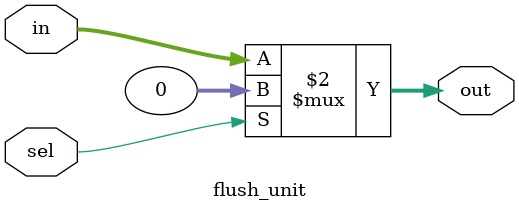
<source format=v>
module flush_unit

	#(parameter WIDTH = 32)
	
	(
		input			[WIDTH-1:0]		in,
		input								sel,
		output		[WIDTH-1:0]		out
	);
	
	assign out = sel ? 1'b0 : in;
	
endmodule
</source>
